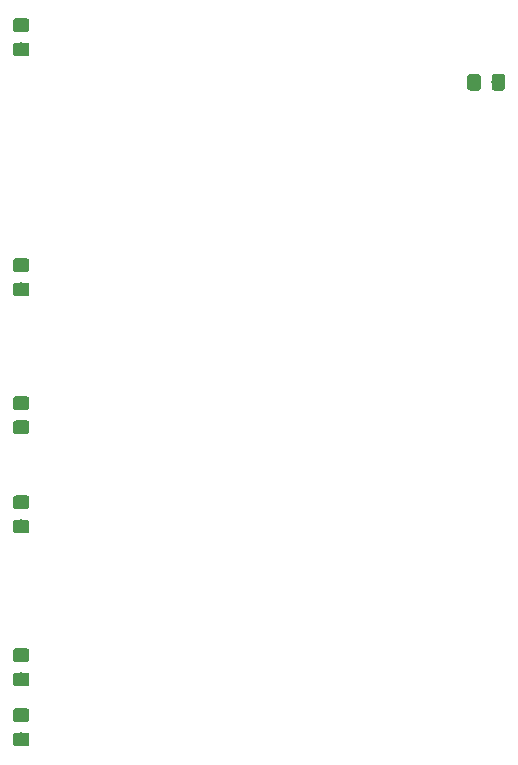
<source format=gtp>
G04 #@! TF.GenerationSoftware,KiCad,Pcbnew,5.0.0-fee4fd1~66~ubuntu16.04.1*
G04 #@! TF.CreationDate,2018-08-10T21:55:03+02:00*
G04 #@! TF.ProjectId,ESP-Cerry,4553502D43657272792E6B696361645F,rev?*
G04 #@! TF.SameCoordinates,Original*
G04 #@! TF.FileFunction,Paste,Top*
G04 #@! TF.FilePolarity,Positive*
%FSLAX46Y46*%
G04 Gerber Fmt 4.6, Leading zero omitted, Abs format (unit mm)*
G04 Created by KiCad (PCBNEW 5.0.0-fee4fd1~66~ubuntu16.04.1) date Fri Aug 10 21:55:03 2018*
%MOMM*%
%LPD*%
G01*
G04 APERTURE LIST*
%ADD10C,0.100000*%
%ADD11C,1.150000*%
G04 APERTURE END LIST*
D10*
G04 #@! TO.C,R1*
G36*
X138904505Y-71816204D02*
X138928773Y-71819804D01*
X138952572Y-71825765D01*
X138975671Y-71834030D01*
X138997850Y-71844520D01*
X139018893Y-71857132D01*
X139038599Y-71871747D01*
X139056777Y-71888223D01*
X139073253Y-71906401D01*
X139087868Y-71926107D01*
X139100480Y-71947150D01*
X139110970Y-71969329D01*
X139119235Y-71992428D01*
X139125196Y-72016227D01*
X139128796Y-72040495D01*
X139130000Y-72064999D01*
X139130000Y-72715001D01*
X139128796Y-72739505D01*
X139125196Y-72763773D01*
X139119235Y-72787572D01*
X139110970Y-72810671D01*
X139100480Y-72832850D01*
X139087868Y-72853893D01*
X139073253Y-72873599D01*
X139056777Y-72891777D01*
X139038599Y-72908253D01*
X139018893Y-72922868D01*
X138997850Y-72935480D01*
X138975671Y-72945970D01*
X138952572Y-72954235D01*
X138928773Y-72960196D01*
X138904505Y-72963796D01*
X138880001Y-72965000D01*
X137979999Y-72965000D01*
X137955495Y-72963796D01*
X137931227Y-72960196D01*
X137907428Y-72954235D01*
X137884329Y-72945970D01*
X137862150Y-72935480D01*
X137841107Y-72922868D01*
X137821401Y-72908253D01*
X137803223Y-72891777D01*
X137786747Y-72873599D01*
X137772132Y-72853893D01*
X137759520Y-72832850D01*
X137749030Y-72810671D01*
X137740765Y-72787572D01*
X137734804Y-72763773D01*
X137731204Y-72739505D01*
X137730000Y-72715001D01*
X137730000Y-72064999D01*
X137731204Y-72040495D01*
X137734804Y-72016227D01*
X137740765Y-71992428D01*
X137749030Y-71969329D01*
X137759520Y-71947150D01*
X137772132Y-71926107D01*
X137786747Y-71906401D01*
X137803223Y-71888223D01*
X137821401Y-71871747D01*
X137841107Y-71857132D01*
X137862150Y-71844520D01*
X137884329Y-71834030D01*
X137907428Y-71825765D01*
X137931227Y-71819804D01*
X137955495Y-71816204D01*
X137979999Y-71815000D01*
X138880001Y-71815000D01*
X138904505Y-71816204D01*
X138904505Y-71816204D01*
G37*
D11*
X138430000Y-72390000D03*
D10*
G36*
X138904505Y-69766204D02*
X138928773Y-69769804D01*
X138952572Y-69775765D01*
X138975671Y-69784030D01*
X138997850Y-69794520D01*
X139018893Y-69807132D01*
X139038599Y-69821747D01*
X139056777Y-69838223D01*
X139073253Y-69856401D01*
X139087868Y-69876107D01*
X139100480Y-69897150D01*
X139110970Y-69919329D01*
X139119235Y-69942428D01*
X139125196Y-69966227D01*
X139128796Y-69990495D01*
X139130000Y-70014999D01*
X139130000Y-70665001D01*
X139128796Y-70689505D01*
X139125196Y-70713773D01*
X139119235Y-70737572D01*
X139110970Y-70760671D01*
X139100480Y-70782850D01*
X139087868Y-70803893D01*
X139073253Y-70823599D01*
X139056777Y-70841777D01*
X139038599Y-70858253D01*
X139018893Y-70872868D01*
X138997850Y-70885480D01*
X138975671Y-70895970D01*
X138952572Y-70904235D01*
X138928773Y-70910196D01*
X138904505Y-70913796D01*
X138880001Y-70915000D01*
X137979999Y-70915000D01*
X137955495Y-70913796D01*
X137931227Y-70910196D01*
X137907428Y-70904235D01*
X137884329Y-70895970D01*
X137862150Y-70885480D01*
X137841107Y-70872868D01*
X137821401Y-70858253D01*
X137803223Y-70841777D01*
X137786747Y-70823599D01*
X137772132Y-70803893D01*
X137759520Y-70782850D01*
X137749030Y-70760671D01*
X137740765Y-70737572D01*
X137734804Y-70713773D01*
X137731204Y-70689505D01*
X137730000Y-70665001D01*
X137730000Y-70014999D01*
X137731204Y-69990495D01*
X137734804Y-69966227D01*
X137740765Y-69942428D01*
X137749030Y-69919329D01*
X137759520Y-69897150D01*
X137772132Y-69876107D01*
X137786747Y-69856401D01*
X137803223Y-69838223D01*
X137821401Y-69821747D01*
X137841107Y-69807132D01*
X137862150Y-69794520D01*
X137884329Y-69784030D01*
X137907428Y-69775765D01*
X137931227Y-69769804D01*
X137955495Y-69766204D01*
X137979999Y-69765000D01*
X138880001Y-69765000D01*
X138904505Y-69766204D01*
X138904505Y-69766204D01*
G37*
D11*
X138430000Y-70340000D03*
G04 #@! TD*
D10*
G04 #@! TO.C,R2*
G36*
X138904505Y-91111204D02*
X138928773Y-91114804D01*
X138952572Y-91120765D01*
X138975671Y-91129030D01*
X138997850Y-91139520D01*
X139018893Y-91152132D01*
X139038599Y-91166747D01*
X139056777Y-91183223D01*
X139073253Y-91201401D01*
X139087868Y-91221107D01*
X139100480Y-91242150D01*
X139110970Y-91264329D01*
X139119235Y-91287428D01*
X139125196Y-91311227D01*
X139128796Y-91335495D01*
X139130000Y-91359999D01*
X139130000Y-92010001D01*
X139128796Y-92034505D01*
X139125196Y-92058773D01*
X139119235Y-92082572D01*
X139110970Y-92105671D01*
X139100480Y-92127850D01*
X139087868Y-92148893D01*
X139073253Y-92168599D01*
X139056777Y-92186777D01*
X139038599Y-92203253D01*
X139018893Y-92217868D01*
X138997850Y-92230480D01*
X138975671Y-92240970D01*
X138952572Y-92249235D01*
X138928773Y-92255196D01*
X138904505Y-92258796D01*
X138880001Y-92260000D01*
X137979999Y-92260000D01*
X137955495Y-92258796D01*
X137931227Y-92255196D01*
X137907428Y-92249235D01*
X137884329Y-92240970D01*
X137862150Y-92230480D01*
X137841107Y-92217868D01*
X137821401Y-92203253D01*
X137803223Y-92186777D01*
X137786747Y-92168599D01*
X137772132Y-92148893D01*
X137759520Y-92127850D01*
X137749030Y-92105671D01*
X137740765Y-92082572D01*
X137734804Y-92058773D01*
X137731204Y-92034505D01*
X137730000Y-92010001D01*
X137730000Y-91359999D01*
X137731204Y-91335495D01*
X137734804Y-91311227D01*
X137740765Y-91287428D01*
X137749030Y-91264329D01*
X137759520Y-91242150D01*
X137772132Y-91221107D01*
X137786747Y-91201401D01*
X137803223Y-91183223D01*
X137821401Y-91166747D01*
X137841107Y-91152132D01*
X137862150Y-91139520D01*
X137884329Y-91129030D01*
X137907428Y-91120765D01*
X137931227Y-91114804D01*
X137955495Y-91111204D01*
X137979999Y-91110000D01*
X138880001Y-91110000D01*
X138904505Y-91111204D01*
X138904505Y-91111204D01*
G37*
D11*
X138430000Y-91685000D03*
D10*
G36*
X138904505Y-93161204D02*
X138928773Y-93164804D01*
X138952572Y-93170765D01*
X138975671Y-93179030D01*
X138997850Y-93189520D01*
X139018893Y-93202132D01*
X139038599Y-93216747D01*
X139056777Y-93233223D01*
X139073253Y-93251401D01*
X139087868Y-93271107D01*
X139100480Y-93292150D01*
X139110970Y-93314329D01*
X139119235Y-93337428D01*
X139125196Y-93361227D01*
X139128796Y-93385495D01*
X139130000Y-93409999D01*
X139130000Y-94060001D01*
X139128796Y-94084505D01*
X139125196Y-94108773D01*
X139119235Y-94132572D01*
X139110970Y-94155671D01*
X139100480Y-94177850D01*
X139087868Y-94198893D01*
X139073253Y-94218599D01*
X139056777Y-94236777D01*
X139038599Y-94253253D01*
X139018893Y-94267868D01*
X138997850Y-94280480D01*
X138975671Y-94290970D01*
X138952572Y-94299235D01*
X138928773Y-94305196D01*
X138904505Y-94308796D01*
X138880001Y-94310000D01*
X137979999Y-94310000D01*
X137955495Y-94308796D01*
X137931227Y-94305196D01*
X137907428Y-94299235D01*
X137884329Y-94290970D01*
X137862150Y-94280480D01*
X137841107Y-94267868D01*
X137821401Y-94253253D01*
X137803223Y-94236777D01*
X137786747Y-94218599D01*
X137772132Y-94198893D01*
X137759520Y-94177850D01*
X137749030Y-94155671D01*
X137740765Y-94132572D01*
X137734804Y-94108773D01*
X137731204Y-94084505D01*
X137730000Y-94060001D01*
X137730000Y-93409999D01*
X137731204Y-93385495D01*
X137734804Y-93361227D01*
X137740765Y-93337428D01*
X137749030Y-93314329D01*
X137759520Y-93292150D01*
X137772132Y-93271107D01*
X137786747Y-93251401D01*
X137803223Y-93233223D01*
X137821401Y-93216747D01*
X137841107Y-93202132D01*
X137862150Y-93189520D01*
X137884329Y-93179030D01*
X137907428Y-93170765D01*
X137931227Y-93164804D01*
X137955495Y-93161204D01*
X137979999Y-93160000D01*
X138880001Y-93160000D01*
X138904505Y-93161204D01*
X138904505Y-93161204D01*
G37*
D11*
X138430000Y-93735000D03*
G04 #@! TD*
D10*
G04 #@! TO.C,R3*
G36*
X138904505Y-39821204D02*
X138928773Y-39824804D01*
X138952572Y-39830765D01*
X138975671Y-39839030D01*
X138997850Y-39849520D01*
X139018893Y-39862132D01*
X139038599Y-39876747D01*
X139056777Y-39893223D01*
X139073253Y-39911401D01*
X139087868Y-39931107D01*
X139100480Y-39952150D01*
X139110970Y-39974329D01*
X139119235Y-39997428D01*
X139125196Y-40021227D01*
X139128796Y-40045495D01*
X139130000Y-40069999D01*
X139130000Y-40720001D01*
X139128796Y-40744505D01*
X139125196Y-40768773D01*
X139119235Y-40792572D01*
X139110970Y-40815671D01*
X139100480Y-40837850D01*
X139087868Y-40858893D01*
X139073253Y-40878599D01*
X139056777Y-40896777D01*
X139038599Y-40913253D01*
X139018893Y-40927868D01*
X138997850Y-40940480D01*
X138975671Y-40950970D01*
X138952572Y-40959235D01*
X138928773Y-40965196D01*
X138904505Y-40968796D01*
X138880001Y-40970000D01*
X137979999Y-40970000D01*
X137955495Y-40968796D01*
X137931227Y-40965196D01*
X137907428Y-40959235D01*
X137884329Y-40950970D01*
X137862150Y-40940480D01*
X137841107Y-40927868D01*
X137821401Y-40913253D01*
X137803223Y-40896777D01*
X137786747Y-40878599D01*
X137772132Y-40858893D01*
X137759520Y-40837850D01*
X137749030Y-40815671D01*
X137740765Y-40792572D01*
X137734804Y-40768773D01*
X137731204Y-40744505D01*
X137730000Y-40720001D01*
X137730000Y-40069999D01*
X137731204Y-40045495D01*
X137734804Y-40021227D01*
X137740765Y-39997428D01*
X137749030Y-39974329D01*
X137759520Y-39952150D01*
X137772132Y-39931107D01*
X137786747Y-39911401D01*
X137803223Y-39893223D01*
X137821401Y-39876747D01*
X137841107Y-39862132D01*
X137862150Y-39849520D01*
X137884329Y-39839030D01*
X137907428Y-39830765D01*
X137931227Y-39824804D01*
X137955495Y-39821204D01*
X137979999Y-39820000D01*
X138880001Y-39820000D01*
X138904505Y-39821204D01*
X138904505Y-39821204D01*
G37*
D11*
X138430000Y-40395000D03*
D10*
G36*
X138904505Y-37771204D02*
X138928773Y-37774804D01*
X138952572Y-37780765D01*
X138975671Y-37789030D01*
X138997850Y-37799520D01*
X139018893Y-37812132D01*
X139038599Y-37826747D01*
X139056777Y-37843223D01*
X139073253Y-37861401D01*
X139087868Y-37881107D01*
X139100480Y-37902150D01*
X139110970Y-37924329D01*
X139119235Y-37947428D01*
X139125196Y-37971227D01*
X139128796Y-37995495D01*
X139130000Y-38019999D01*
X139130000Y-38670001D01*
X139128796Y-38694505D01*
X139125196Y-38718773D01*
X139119235Y-38742572D01*
X139110970Y-38765671D01*
X139100480Y-38787850D01*
X139087868Y-38808893D01*
X139073253Y-38828599D01*
X139056777Y-38846777D01*
X139038599Y-38863253D01*
X139018893Y-38877868D01*
X138997850Y-38890480D01*
X138975671Y-38900970D01*
X138952572Y-38909235D01*
X138928773Y-38915196D01*
X138904505Y-38918796D01*
X138880001Y-38920000D01*
X137979999Y-38920000D01*
X137955495Y-38918796D01*
X137931227Y-38915196D01*
X137907428Y-38909235D01*
X137884329Y-38900970D01*
X137862150Y-38890480D01*
X137841107Y-38877868D01*
X137821401Y-38863253D01*
X137803223Y-38846777D01*
X137786747Y-38828599D01*
X137772132Y-38808893D01*
X137759520Y-38787850D01*
X137749030Y-38765671D01*
X137740765Y-38742572D01*
X137734804Y-38718773D01*
X137731204Y-38694505D01*
X137730000Y-38670001D01*
X137730000Y-38019999D01*
X137731204Y-37995495D01*
X137734804Y-37971227D01*
X137740765Y-37947428D01*
X137749030Y-37924329D01*
X137759520Y-37902150D01*
X137772132Y-37881107D01*
X137786747Y-37861401D01*
X137803223Y-37843223D01*
X137821401Y-37826747D01*
X137841107Y-37812132D01*
X137862150Y-37799520D01*
X137884329Y-37789030D01*
X137907428Y-37780765D01*
X137931227Y-37774804D01*
X137955495Y-37771204D01*
X137979999Y-37770000D01*
X138880001Y-37770000D01*
X138904505Y-37771204D01*
X138904505Y-37771204D01*
G37*
D11*
X138430000Y-38345000D03*
G04 #@! TD*
D10*
G04 #@! TO.C,R4*
G36*
X138904505Y-58091204D02*
X138928773Y-58094804D01*
X138952572Y-58100765D01*
X138975671Y-58109030D01*
X138997850Y-58119520D01*
X139018893Y-58132132D01*
X139038599Y-58146747D01*
X139056777Y-58163223D01*
X139073253Y-58181401D01*
X139087868Y-58201107D01*
X139100480Y-58222150D01*
X139110970Y-58244329D01*
X139119235Y-58267428D01*
X139125196Y-58291227D01*
X139128796Y-58315495D01*
X139130000Y-58339999D01*
X139130000Y-58990001D01*
X139128796Y-59014505D01*
X139125196Y-59038773D01*
X139119235Y-59062572D01*
X139110970Y-59085671D01*
X139100480Y-59107850D01*
X139087868Y-59128893D01*
X139073253Y-59148599D01*
X139056777Y-59166777D01*
X139038599Y-59183253D01*
X139018893Y-59197868D01*
X138997850Y-59210480D01*
X138975671Y-59220970D01*
X138952572Y-59229235D01*
X138928773Y-59235196D01*
X138904505Y-59238796D01*
X138880001Y-59240000D01*
X137979999Y-59240000D01*
X137955495Y-59238796D01*
X137931227Y-59235196D01*
X137907428Y-59229235D01*
X137884329Y-59220970D01*
X137862150Y-59210480D01*
X137841107Y-59197868D01*
X137821401Y-59183253D01*
X137803223Y-59166777D01*
X137786747Y-59148599D01*
X137772132Y-59128893D01*
X137759520Y-59107850D01*
X137749030Y-59085671D01*
X137740765Y-59062572D01*
X137734804Y-59038773D01*
X137731204Y-59014505D01*
X137730000Y-58990001D01*
X137730000Y-58339999D01*
X137731204Y-58315495D01*
X137734804Y-58291227D01*
X137740765Y-58267428D01*
X137749030Y-58244329D01*
X137759520Y-58222150D01*
X137772132Y-58201107D01*
X137786747Y-58181401D01*
X137803223Y-58163223D01*
X137821401Y-58146747D01*
X137841107Y-58132132D01*
X137862150Y-58119520D01*
X137884329Y-58109030D01*
X137907428Y-58100765D01*
X137931227Y-58094804D01*
X137955495Y-58091204D01*
X137979999Y-58090000D01*
X138880001Y-58090000D01*
X138904505Y-58091204D01*
X138904505Y-58091204D01*
G37*
D11*
X138430000Y-58665000D03*
D10*
G36*
X138904505Y-60141204D02*
X138928773Y-60144804D01*
X138952572Y-60150765D01*
X138975671Y-60159030D01*
X138997850Y-60169520D01*
X139018893Y-60182132D01*
X139038599Y-60196747D01*
X139056777Y-60213223D01*
X139073253Y-60231401D01*
X139087868Y-60251107D01*
X139100480Y-60272150D01*
X139110970Y-60294329D01*
X139119235Y-60317428D01*
X139125196Y-60341227D01*
X139128796Y-60365495D01*
X139130000Y-60389999D01*
X139130000Y-61040001D01*
X139128796Y-61064505D01*
X139125196Y-61088773D01*
X139119235Y-61112572D01*
X139110970Y-61135671D01*
X139100480Y-61157850D01*
X139087868Y-61178893D01*
X139073253Y-61198599D01*
X139056777Y-61216777D01*
X139038599Y-61233253D01*
X139018893Y-61247868D01*
X138997850Y-61260480D01*
X138975671Y-61270970D01*
X138952572Y-61279235D01*
X138928773Y-61285196D01*
X138904505Y-61288796D01*
X138880001Y-61290000D01*
X137979999Y-61290000D01*
X137955495Y-61288796D01*
X137931227Y-61285196D01*
X137907428Y-61279235D01*
X137884329Y-61270970D01*
X137862150Y-61260480D01*
X137841107Y-61247868D01*
X137821401Y-61233253D01*
X137803223Y-61216777D01*
X137786747Y-61198599D01*
X137772132Y-61178893D01*
X137759520Y-61157850D01*
X137749030Y-61135671D01*
X137740765Y-61112572D01*
X137734804Y-61088773D01*
X137731204Y-61064505D01*
X137730000Y-61040001D01*
X137730000Y-60389999D01*
X137731204Y-60365495D01*
X137734804Y-60341227D01*
X137740765Y-60317428D01*
X137749030Y-60294329D01*
X137759520Y-60272150D01*
X137772132Y-60251107D01*
X137786747Y-60231401D01*
X137803223Y-60213223D01*
X137821401Y-60196747D01*
X137841107Y-60182132D01*
X137862150Y-60169520D01*
X137884329Y-60159030D01*
X137907428Y-60150765D01*
X137931227Y-60144804D01*
X137955495Y-60141204D01*
X137979999Y-60140000D01*
X138880001Y-60140000D01*
X138904505Y-60141204D01*
X138904505Y-60141204D01*
G37*
D11*
X138430000Y-60715000D03*
G04 #@! TD*
D10*
G04 #@! TO.C,R5*
G36*
X138904505Y-80216204D02*
X138928773Y-80219804D01*
X138952572Y-80225765D01*
X138975671Y-80234030D01*
X138997850Y-80244520D01*
X139018893Y-80257132D01*
X139038599Y-80271747D01*
X139056777Y-80288223D01*
X139073253Y-80306401D01*
X139087868Y-80326107D01*
X139100480Y-80347150D01*
X139110970Y-80369329D01*
X139119235Y-80392428D01*
X139125196Y-80416227D01*
X139128796Y-80440495D01*
X139130000Y-80464999D01*
X139130000Y-81115001D01*
X139128796Y-81139505D01*
X139125196Y-81163773D01*
X139119235Y-81187572D01*
X139110970Y-81210671D01*
X139100480Y-81232850D01*
X139087868Y-81253893D01*
X139073253Y-81273599D01*
X139056777Y-81291777D01*
X139038599Y-81308253D01*
X139018893Y-81322868D01*
X138997850Y-81335480D01*
X138975671Y-81345970D01*
X138952572Y-81354235D01*
X138928773Y-81360196D01*
X138904505Y-81363796D01*
X138880001Y-81365000D01*
X137979999Y-81365000D01*
X137955495Y-81363796D01*
X137931227Y-81360196D01*
X137907428Y-81354235D01*
X137884329Y-81345970D01*
X137862150Y-81335480D01*
X137841107Y-81322868D01*
X137821401Y-81308253D01*
X137803223Y-81291777D01*
X137786747Y-81273599D01*
X137772132Y-81253893D01*
X137759520Y-81232850D01*
X137749030Y-81210671D01*
X137740765Y-81187572D01*
X137734804Y-81163773D01*
X137731204Y-81139505D01*
X137730000Y-81115001D01*
X137730000Y-80464999D01*
X137731204Y-80440495D01*
X137734804Y-80416227D01*
X137740765Y-80392428D01*
X137749030Y-80369329D01*
X137759520Y-80347150D01*
X137772132Y-80326107D01*
X137786747Y-80306401D01*
X137803223Y-80288223D01*
X137821401Y-80271747D01*
X137841107Y-80257132D01*
X137862150Y-80244520D01*
X137884329Y-80234030D01*
X137907428Y-80225765D01*
X137931227Y-80219804D01*
X137955495Y-80216204D01*
X137979999Y-80215000D01*
X138880001Y-80215000D01*
X138904505Y-80216204D01*
X138904505Y-80216204D01*
G37*
D11*
X138430000Y-80790000D03*
D10*
G36*
X138904505Y-78166204D02*
X138928773Y-78169804D01*
X138952572Y-78175765D01*
X138975671Y-78184030D01*
X138997850Y-78194520D01*
X139018893Y-78207132D01*
X139038599Y-78221747D01*
X139056777Y-78238223D01*
X139073253Y-78256401D01*
X139087868Y-78276107D01*
X139100480Y-78297150D01*
X139110970Y-78319329D01*
X139119235Y-78342428D01*
X139125196Y-78366227D01*
X139128796Y-78390495D01*
X139130000Y-78414999D01*
X139130000Y-79065001D01*
X139128796Y-79089505D01*
X139125196Y-79113773D01*
X139119235Y-79137572D01*
X139110970Y-79160671D01*
X139100480Y-79182850D01*
X139087868Y-79203893D01*
X139073253Y-79223599D01*
X139056777Y-79241777D01*
X139038599Y-79258253D01*
X139018893Y-79272868D01*
X138997850Y-79285480D01*
X138975671Y-79295970D01*
X138952572Y-79304235D01*
X138928773Y-79310196D01*
X138904505Y-79313796D01*
X138880001Y-79315000D01*
X137979999Y-79315000D01*
X137955495Y-79313796D01*
X137931227Y-79310196D01*
X137907428Y-79304235D01*
X137884329Y-79295970D01*
X137862150Y-79285480D01*
X137841107Y-79272868D01*
X137821401Y-79258253D01*
X137803223Y-79241777D01*
X137786747Y-79223599D01*
X137772132Y-79203893D01*
X137759520Y-79182850D01*
X137749030Y-79160671D01*
X137740765Y-79137572D01*
X137734804Y-79113773D01*
X137731204Y-79089505D01*
X137730000Y-79065001D01*
X137730000Y-78414999D01*
X137731204Y-78390495D01*
X137734804Y-78366227D01*
X137740765Y-78342428D01*
X137749030Y-78319329D01*
X137759520Y-78297150D01*
X137772132Y-78276107D01*
X137786747Y-78256401D01*
X137803223Y-78238223D01*
X137821401Y-78221747D01*
X137841107Y-78207132D01*
X137862150Y-78194520D01*
X137884329Y-78184030D01*
X137907428Y-78175765D01*
X137931227Y-78169804D01*
X137955495Y-78166204D01*
X137979999Y-78165000D01*
X138880001Y-78165000D01*
X138904505Y-78166204D01*
X138904505Y-78166204D01*
G37*
D11*
X138430000Y-78740000D03*
G04 #@! TD*
D10*
G04 #@! TO.C,R6*
G36*
X138904505Y-98241204D02*
X138928773Y-98244804D01*
X138952572Y-98250765D01*
X138975671Y-98259030D01*
X138997850Y-98269520D01*
X139018893Y-98282132D01*
X139038599Y-98296747D01*
X139056777Y-98313223D01*
X139073253Y-98331401D01*
X139087868Y-98351107D01*
X139100480Y-98372150D01*
X139110970Y-98394329D01*
X139119235Y-98417428D01*
X139125196Y-98441227D01*
X139128796Y-98465495D01*
X139130000Y-98489999D01*
X139130000Y-99140001D01*
X139128796Y-99164505D01*
X139125196Y-99188773D01*
X139119235Y-99212572D01*
X139110970Y-99235671D01*
X139100480Y-99257850D01*
X139087868Y-99278893D01*
X139073253Y-99298599D01*
X139056777Y-99316777D01*
X139038599Y-99333253D01*
X139018893Y-99347868D01*
X138997850Y-99360480D01*
X138975671Y-99370970D01*
X138952572Y-99379235D01*
X138928773Y-99385196D01*
X138904505Y-99388796D01*
X138880001Y-99390000D01*
X137979999Y-99390000D01*
X137955495Y-99388796D01*
X137931227Y-99385196D01*
X137907428Y-99379235D01*
X137884329Y-99370970D01*
X137862150Y-99360480D01*
X137841107Y-99347868D01*
X137821401Y-99333253D01*
X137803223Y-99316777D01*
X137786747Y-99298599D01*
X137772132Y-99278893D01*
X137759520Y-99257850D01*
X137749030Y-99235671D01*
X137740765Y-99212572D01*
X137734804Y-99188773D01*
X137731204Y-99164505D01*
X137730000Y-99140001D01*
X137730000Y-98489999D01*
X137731204Y-98465495D01*
X137734804Y-98441227D01*
X137740765Y-98417428D01*
X137749030Y-98394329D01*
X137759520Y-98372150D01*
X137772132Y-98351107D01*
X137786747Y-98331401D01*
X137803223Y-98313223D01*
X137821401Y-98296747D01*
X137841107Y-98282132D01*
X137862150Y-98269520D01*
X137884329Y-98259030D01*
X137907428Y-98250765D01*
X137931227Y-98244804D01*
X137955495Y-98241204D01*
X137979999Y-98240000D01*
X138880001Y-98240000D01*
X138904505Y-98241204D01*
X138904505Y-98241204D01*
G37*
D11*
X138430000Y-98815000D03*
D10*
G36*
X138904505Y-96191204D02*
X138928773Y-96194804D01*
X138952572Y-96200765D01*
X138975671Y-96209030D01*
X138997850Y-96219520D01*
X139018893Y-96232132D01*
X139038599Y-96246747D01*
X139056777Y-96263223D01*
X139073253Y-96281401D01*
X139087868Y-96301107D01*
X139100480Y-96322150D01*
X139110970Y-96344329D01*
X139119235Y-96367428D01*
X139125196Y-96391227D01*
X139128796Y-96415495D01*
X139130000Y-96439999D01*
X139130000Y-97090001D01*
X139128796Y-97114505D01*
X139125196Y-97138773D01*
X139119235Y-97162572D01*
X139110970Y-97185671D01*
X139100480Y-97207850D01*
X139087868Y-97228893D01*
X139073253Y-97248599D01*
X139056777Y-97266777D01*
X139038599Y-97283253D01*
X139018893Y-97297868D01*
X138997850Y-97310480D01*
X138975671Y-97320970D01*
X138952572Y-97329235D01*
X138928773Y-97335196D01*
X138904505Y-97338796D01*
X138880001Y-97340000D01*
X137979999Y-97340000D01*
X137955495Y-97338796D01*
X137931227Y-97335196D01*
X137907428Y-97329235D01*
X137884329Y-97320970D01*
X137862150Y-97310480D01*
X137841107Y-97297868D01*
X137821401Y-97283253D01*
X137803223Y-97266777D01*
X137786747Y-97248599D01*
X137772132Y-97228893D01*
X137759520Y-97207850D01*
X137749030Y-97185671D01*
X137740765Y-97162572D01*
X137734804Y-97138773D01*
X137731204Y-97114505D01*
X137730000Y-97090001D01*
X137730000Y-96439999D01*
X137731204Y-96415495D01*
X137734804Y-96391227D01*
X137740765Y-96367428D01*
X137749030Y-96344329D01*
X137759520Y-96322150D01*
X137772132Y-96301107D01*
X137786747Y-96281401D01*
X137803223Y-96263223D01*
X137821401Y-96246747D01*
X137841107Y-96232132D01*
X137862150Y-96219520D01*
X137884329Y-96209030D01*
X137907428Y-96200765D01*
X137931227Y-96194804D01*
X137955495Y-96191204D01*
X137979999Y-96190000D01*
X138880001Y-96190000D01*
X138904505Y-96191204D01*
X138904505Y-96191204D01*
G37*
D11*
X138430000Y-96765000D03*
G04 #@! TD*
D10*
G04 #@! TO.C,R7*
G36*
X177124505Y-42481204D02*
X177148773Y-42484804D01*
X177172572Y-42490765D01*
X177195671Y-42499030D01*
X177217850Y-42509520D01*
X177238893Y-42522132D01*
X177258599Y-42536747D01*
X177276777Y-42553223D01*
X177293253Y-42571401D01*
X177307868Y-42591107D01*
X177320480Y-42612150D01*
X177330970Y-42634329D01*
X177339235Y-42657428D01*
X177345196Y-42681227D01*
X177348796Y-42705495D01*
X177350000Y-42729999D01*
X177350000Y-43630001D01*
X177348796Y-43654505D01*
X177345196Y-43678773D01*
X177339235Y-43702572D01*
X177330970Y-43725671D01*
X177320480Y-43747850D01*
X177307868Y-43768893D01*
X177293253Y-43788599D01*
X177276777Y-43806777D01*
X177258599Y-43823253D01*
X177238893Y-43837868D01*
X177217850Y-43850480D01*
X177195671Y-43860970D01*
X177172572Y-43869235D01*
X177148773Y-43875196D01*
X177124505Y-43878796D01*
X177100001Y-43880000D01*
X176449999Y-43880000D01*
X176425495Y-43878796D01*
X176401227Y-43875196D01*
X176377428Y-43869235D01*
X176354329Y-43860970D01*
X176332150Y-43850480D01*
X176311107Y-43837868D01*
X176291401Y-43823253D01*
X176273223Y-43806777D01*
X176256747Y-43788599D01*
X176242132Y-43768893D01*
X176229520Y-43747850D01*
X176219030Y-43725671D01*
X176210765Y-43702572D01*
X176204804Y-43678773D01*
X176201204Y-43654505D01*
X176200000Y-43630001D01*
X176200000Y-42729999D01*
X176201204Y-42705495D01*
X176204804Y-42681227D01*
X176210765Y-42657428D01*
X176219030Y-42634329D01*
X176229520Y-42612150D01*
X176242132Y-42591107D01*
X176256747Y-42571401D01*
X176273223Y-42553223D01*
X176291401Y-42536747D01*
X176311107Y-42522132D01*
X176332150Y-42509520D01*
X176354329Y-42499030D01*
X176377428Y-42490765D01*
X176401227Y-42484804D01*
X176425495Y-42481204D01*
X176449999Y-42480000D01*
X177100001Y-42480000D01*
X177124505Y-42481204D01*
X177124505Y-42481204D01*
G37*
D11*
X176775000Y-43180000D03*
D10*
G36*
X179174505Y-42481204D02*
X179198773Y-42484804D01*
X179222572Y-42490765D01*
X179245671Y-42499030D01*
X179267850Y-42509520D01*
X179288893Y-42522132D01*
X179308599Y-42536747D01*
X179326777Y-42553223D01*
X179343253Y-42571401D01*
X179357868Y-42591107D01*
X179370480Y-42612150D01*
X179380970Y-42634329D01*
X179389235Y-42657428D01*
X179395196Y-42681227D01*
X179398796Y-42705495D01*
X179400000Y-42729999D01*
X179400000Y-43630001D01*
X179398796Y-43654505D01*
X179395196Y-43678773D01*
X179389235Y-43702572D01*
X179380970Y-43725671D01*
X179370480Y-43747850D01*
X179357868Y-43768893D01*
X179343253Y-43788599D01*
X179326777Y-43806777D01*
X179308599Y-43823253D01*
X179288893Y-43837868D01*
X179267850Y-43850480D01*
X179245671Y-43860970D01*
X179222572Y-43869235D01*
X179198773Y-43875196D01*
X179174505Y-43878796D01*
X179150001Y-43880000D01*
X178499999Y-43880000D01*
X178475495Y-43878796D01*
X178451227Y-43875196D01*
X178427428Y-43869235D01*
X178404329Y-43860970D01*
X178382150Y-43850480D01*
X178361107Y-43837868D01*
X178341401Y-43823253D01*
X178323223Y-43806777D01*
X178306747Y-43788599D01*
X178292132Y-43768893D01*
X178279520Y-43747850D01*
X178269030Y-43725671D01*
X178260765Y-43702572D01*
X178254804Y-43678773D01*
X178251204Y-43654505D01*
X178250000Y-43630001D01*
X178250000Y-42729999D01*
X178251204Y-42705495D01*
X178254804Y-42681227D01*
X178260765Y-42657428D01*
X178269030Y-42634329D01*
X178279520Y-42612150D01*
X178292132Y-42591107D01*
X178306747Y-42571401D01*
X178323223Y-42553223D01*
X178341401Y-42536747D01*
X178361107Y-42522132D01*
X178382150Y-42509520D01*
X178404329Y-42499030D01*
X178427428Y-42490765D01*
X178451227Y-42484804D01*
X178475495Y-42481204D01*
X178499999Y-42480000D01*
X179150001Y-42480000D01*
X179174505Y-42481204D01*
X179174505Y-42481204D01*
G37*
D11*
X178825000Y-43180000D03*
G04 #@! TD*
M02*

</source>
